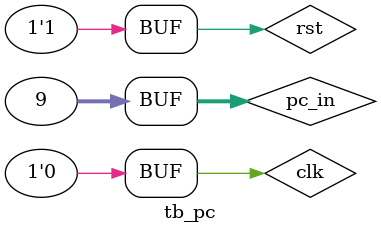
<source format=v>
module pc(clk,rst,pc_in,pc_out);
input clk,rst;
input [31:0] pc_in;
output [31:0] pc_out;
reg [31:0] pc_out;

initial pc_out = 0;

always@(posedge clk)
begin 
if (rst)
pc_out = 0;
else
pc_out = pc_in;
end
endmodule


module tb_pc();
reg clk, rst;
reg [31:0] pc_in;
wire [31:0] pc_out; 

pc tb(.clk(clk), .rst(rst), .pc_in(pc_in), .pc_out(pc_out));

initial begin
clk=0; rst=0;
pc_in = 32'b00000000000000000000000000010111;
end

initial begin
#500 clk=~clk;
pc_in = 32'b00000000000000000000000000000001;
#500 clk=~clk;
pc_in = 32'b00000000000000000000000000000101;
#500 clk=~clk;
pc_in = 32'b00000000000000000000000000000111;
#500 clk=~clk;
pc_in = 32'b00000000000000000000000000010101;
#500 clk=~clk;
pc_in = 32'b00000000000000000000000000001101;
#500 clk=~clk;
pc_in = 32'b00000000000000000000000000000100;
#500 clk=~clk; rst=1;
pc_in = 32'b00000000000000000000000000000101;
#500 clk=~clk;
pc_in = 32'b00000000000000000000000000001101;
#500 clk=~clk; 
pc_in = 32'b00000000000000000000000001000111;
#500 clk=~clk;
pc_in = 32'b00000000000000000000000000000101;
#500 clk=~clk;
pc_in = 32'b00000000000000000000000000001101;
#500 clk=~clk;
pc_in = 32'b00000000000000000000000000001001;
end
endmodule

</source>
